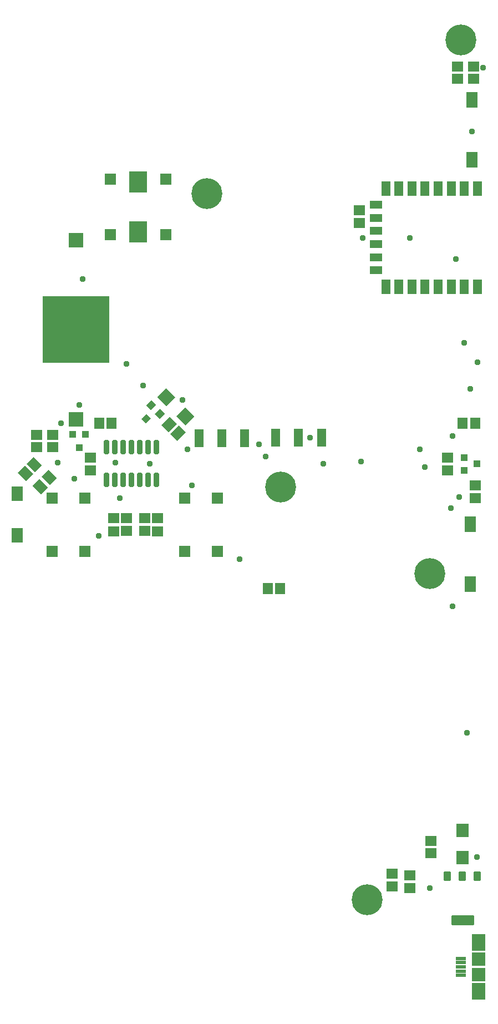
<source format=gbr>
G04 EAGLE Gerber RS-274X export*
G75*
%MOMM*%
%FSLAX34Y34*%
%LPD*%
%INSoldermask Top*%
%IPPOS*%
%AMOC8*
5,1,8,0,0,1.08239X$1,22.5*%
G01*
%ADD10R,1.803200X1.503200*%
%ADD11R,2.003200X1.903200*%
%ADD12R,1.473200X2.743200*%
%ADD13R,1.003200X1.103200*%
%ADD14R,1.503200X1.803200*%
%ADD15R,1.653200X2.303200*%
%ADD16R,1.703200X1.703200*%
%ADD17R,1.703200X1.503200*%
%ADD18C,0.499716*%
%ADD19R,1.403200X2.203200*%
%ADD20R,1.903200X1.303200*%
%ADD21C,0.339959*%
%ADD22C,0.393431*%
%ADD23R,1.603200X0.603200*%
%ADD24R,2.103200X2.003200*%
%ADD25R,2.103200X2.503200*%
%ADD26R,1.903200X2.003200*%
%ADD27R,1.103200X1.003200*%
%ADD28R,1.503200X1.703200*%
%ADD29R,1.803200X2.393200*%
%ADD30R,1.803200X2.383200*%
%ADD31R,10.203200X10.203200*%
%ADD32R,2.203200X2.203200*%
%ADD33R,2.703200X3.203200*%
%ADD34R,1.803200X1.803200*%
%ADD35C,4.719200*%
%ADD36C,0.959600*%


D10*
X942500Y1807500D03*
X942500Y1827500D03*
X977500Y1735000D03*
X977500Y1715000D03*
X1045000Y1735000D03*
X1045000Y1715000D03*
X1430000Y1170000D03*
X1430000Y1190000D03*
D11*
G36*
X1058357Y1905685D02*
X1044193Y1919849D01*
X1057651Y1933307D01*
X1071815Y1919143D01*
X1058357Y1905685D01*
G37*
G36*
X1087349Y1876693D02*
X1073185Y1890857D01*
X1086643Y1904315D01*
X1100807Y1890151D01*
X1087349Y1876693D01*
G37*
D12*
X1177800Y1856800D03*
X1142800Y1856800D03*
X1107800Y1856800D03*
D13*
G36*
X1027782Y1894076D02*
X1034876Y1886982D01*
X1027076Y1879182D01*
X1019982Y1886276D01*
X1027782Y1894076D01*
G37*
G36*
X1048642Y1901501D02*
X1055736Y1894407D01*
X1047936Y1886607D01*
X1040842Y1893701D01*
X1048642Y1901501D01*
G37*
G36*
X1035207Y1914936D02*
X1042301Y1907842D01*
X1034501Y1900042D01*
X1027407Y1907136D01*
X1035207Y1914936D01*
G37*
D14*
G36*
X854971Y1802222D02*
X844342Y1791593D01*
X831593Y1804342D01*
X842222Y1814971D01*
X854971Y1802222D01*
G37*
G36*
X868407Y1815658D02*
X857778Y1805029D01*
X845029Y1817778D01*
X855658Y1828407D01*
X868407Y1815658D01*
G37*
D10*
X997500Y1734500D03*
X997500Y1715500D03*
X1025000Y1734500D03*
X1025000Y1715500D03*
D14*
G36*
X1076978Y1876371D02*
X1087607Y1865742D01*
X1074858Y1852993D01*
X1064229Y1863622D01*
X1076978Y1876371D01*
G37*
G36*
X1063542Y1889807D02*
X1074171Y1879178D01*
X1061422Y1866429D01*
X1050793Y1877058D01*
X1063542Y1889807D01*
G37*
D10*
X860000Y1862000D03*
X860000Y1843000D03*
X1402500Y1192000D03*
X1402500Y1173000D03*
X885000Y1843000D03*
X885000Y1862000D03*
D15*
X830600Y1708900D03*
X830600Y1772400D03*
D16*
X934000Y1684500D03*
X884000Y1684500D03*
X934000Y1765500D03*
X884000Y1765500D03*
X1086000Y1765500D03*
X1136000Y1765500D03*
X1086000Y1684500D03*
X1136000Y1684500D03*
D17*
X1462300Y1223300D03*
X1462300Y1242300D03*
D18*
X968168Y1785232D02*
X968168Y1801768D01*
X968168Y1785232D02*
X965232Y1785232D01*
X965232Y1801768D01*
X968168Y1801768D01*
X968168Y1789979D02*
X965232Y1789979D01*
X965232Y1794726D02*
X968168Y1794726D01*
X968168Y1799473D02*
X965232Y1799473D01*
X980868Y1801768D02*
X980868Y1785232D01*
X977932Y1785232D01*
X977932Y1801768D01*
X980868Y1801768D01*
X980868Y1789979D02*
X977932Y1789979D01*
X977932Y1794726D02*
X980868Y1794726D01*
X980868Y1799473D02*
X977932Y1799473D01*
X993568Y1801768D02*
X993568Y1785232D01*
X990632Y1785232D01*
X990632Y1801768D01*
X993568Y1801768D01*
X993568Y1789979D02*
X990632Y1789979D01*
X990632Y1794726D02*
X993568Y1794726D01*
X993568Y1799473D02*
X990632Y1799473D01*
X1006268Y1801768D02*
X1006268Y1785232D01*
X1003332Y1785232D01*
X1003332Y1801768D01*
X1006268Y1801768D01*
X1006268Y1789979D02*
X1003332Y1789979D01*
X1003332Y1794726D02*
X1006268Y1794726D01*
X1006268Y1799473D02*
X1003332Y1799473D01*
X1018968Y1801768D02*
X1018968Y1785232D01*
X1016032Y1785232D01*
X1016032Y1801768D01*
X1018968Y1801768D01*
X1018968Y1789979D02*
X1016032Y1789979D01*
X1016032Y1794726D02*
X1018968Y1794726D01*
X1018968Y1799473D02*
X1016032Y1799473D01*
X1031668Y1801768D02*
X1031668Y1785232D01*
X1028732Y1785232D01*
X1028732Y1801768D01*
X1031668Y1801768D01*
X1031668Y1789979D02*
X1028732Y1789979D01*
X1028732Y1794726D02*
X1031668Y1794726D01*
X1031668Y1799473D02*
X1028732Y1799473D01*
X1044368Y1801768D02*
X1044368Y1785232D01*
X1041432Y1785232D01*
X1041432Y1801768D01*
X1044368Y1801768D01*
X1044368Y1789979D02*
X1041432Y1789979D01*
X1041432Y1794726D02*
X1044368Y1794726D01*
X1044368Y1799473D02*
X1041432Y1799473D01*
X1044368Y1834832D02*
X1044368Y1851368D01*
X1044368Y1834832D02*
X1041432Y1834832D01*
X1041432Y1851368D01*
X1044368Y1851368D01*
X1044368Y1839579D02*
X1041432Y1839579D01*
X1041432Y1844326D02*
X1044368Y1844326D01*
X1044368Y1849073D02*
X1041432Y1849073D01*
X1031668Y1851368D02*
X1031668Y1834832D01*
X1028732Y1834832D01*
X1028732Y1851368D01*
X1031668Y1851368D01*
X1031668Y1839579D02*
X1028732Y1839579D01*
X1028732Y1844326D02*
X1031668Y1844326D01*
X1031668Y1849073D02*
X1028732Y1849073D01*
X1018968Y1851368D02*
X1018968Y1834832D01*
X1016032Y1834832D01*
X1016032Y1851368D01*
X1018968Y1851368D01*
X1018968Y1839579D02*
X1016032Y1839579D01*
X1016032Y1844326D02*
X1018968Y1844326D01*
X1018968Y1849073D02*
X1016032Y1849073D01*
X1006268Y1851368D02*
X1006268Y1834832D01*
X1003332Y1834832D01*
X1003332Y1851368D01*
X1006268Y1851368D01*
X1006268Y1839579D02*
X1003332Y1839579D01*
X1003332Y1844326D02*
X1006268Y1844326D01*
X1006268Y1849073D02*
X1003332Y1849073D01*
X993568Y1851368D02*
X993568Y1834832D01*
X990632Y1834832D01*
X990632Y1851368D01*
X993568Y1851368D01*
X993568Y1839579D02*
X990632Y1839579D01*
X990632Y1844326D02*
X993568Y1844326D01*
X993568Y1849073D02*
X990632Y1849073D01*
X980868Y1851368D02*
X980868Y1834832D01*
X977932Y1834832D01*
X977932Y1851368D01*
X980868Y1851368D01*
X980868Y1839579D02*
X977932Y1839579D01*
X977932Y1844326D02*
X980868Y1844326D01*
X980868Y1849073D02*
X977932Y1849073D01*
X968168Y1851368D02*
X968168Y1834832D01*
X965232Y1834832D01*
X965232Y1851368D01*
X968168Y1851368D01*
X968168Y1839579D02*
X965232Y1839579D01*
X965232Y1844326D02*
X968168Y1844326D01*
X968168Y1849073D02*
X965232Y1849073D01*
D19*
X1533106Y2238249D03*
X1513106Y2238249D03*
X1493106Y2238249D03*
X1473106Y2238249D03*
X1453106Y2238249D03*
X1433106Y2238249D03*
X1413106Y2238249D03*
X1393106Y2238249D03*
X1393106Y2088249D03*
X1413106Y2088249D03*
X1433106Y2088249D03*
X1453106Y2088249D03*
X1473106Y2088249D03*
X1493106Y2088249D03*
X1513106Y2088249D03*
X1533106Y2088249D03*
D20*
X1378106Y2213249D03*
X1378106Y2193249D03*
X1378106Y2173249D03*
X1378106Y2153249D03*
X1378106Y2133249D03*
X1378106Y2113249D03*
D21*
X1528934Y1194316D02*
X1536866Y1194316D01*
X1536866Y1182584D01*
X1528934Y1182584D01*
X1528934Y1194316D01*
X1528934Y1185814D02*
X1536866Y1185814D01*
X1536866Y1189044D02*
X1528934Y1189044D01*
X1528934Y1192274D02*
X1536866Y1192274D01*
X1513966Y1194316D02*
X1506034Y1194316D01*
X1513966Y1194316D02*
X1513966Y1182584D01*
X1506034Y1182584D01*
X1506034Y1194316D01*
X1506034Y1185814D02*
X1513966Y1185814D01*
X1513966Y1189044D02*
X1506034Y1189044D01*
X1506034Y1192274D02*
X1513966Y1192274D01*
X1491066Y1194316D02*
X1483134Y1194316D01*
X1491066Y1194316D02*
X1491066Y1182584D01*
X1483134Y1182584D01*
X1483134Y1194316D01*
X1483134Y1185814D02*
X1491066Y1185814D01*
X1491066Y1189044D02*
X1483134Y1189044D01*
X1483134Y1192274D02*
X1491066Y1192274D01*
D22*
X1494751Y1127149D02*
X1525249Y1127149D01*
X1525249Y1115951D01*
X1494751Y1115951D01*
X1494751Y1127149D01*
X1494751Y1119688D02*
X1525249Y1119688D01*
X1525249Y1123425D02*
X1494751Y1123425D01*
D23*
X1507500Y1037000D03*
X1507500Y1043500D03*
X1507500Y1050000D03*
X1507500Y1056500D03*
X1507500Y1063000D03*
D24*
X1535000Y1061500D03*
X1535000Y1038500D03*
D25*
X1535000Y1087500D03*
X1535000Y1012500D03*
D26*
X1510000Y1217000D03*
X1510000Y1258000D03*
D27*
X1532500Y1817500D03*
X1512500Y1827000D03*
X1512500Y1808000D03*
D28*
X1213000Y1627500D03*
X1232000Y1627500D03*
D10*
X1527500Y2405500D03*
X1527500Y2424500D03*
X1502500Y2405500D03*
X1502500Y2424500D03*
D14*
X1510500Y1880000D03*
X1529500Y1880000D03*
D10*
X1530000Y1765500D03*
X1530000Y1784500D03*
X1352500Y2205000D03*
X1352500Y2185000D03*
D29*
X1525000Y2373400D03*
X1525000Y2281600D03*
D30*
X1522500Y1634000D03*
X1522500Y1726000D03*
D12*
X1225000Y1857500D03*
X1260000Y1857500D03*
X1295000Y1857500D03*
D13*
X925000Y1842500D03*
X934500Y1862500D03*
X915500Y1862500D03*
D14*
X974500Y1880000D03*
X955500Y1880000D03*
D10*
X1487500Y1827000D03*
X1487500Y1808000D03*
D31*
X920000Y2022500D03*
D32*
X920000Y2159500D03*
X920000Y1885500D03*
D14*
G36*
X877118Y1781869D02*
X866489Y1771240D01*
X853740Y1783989D01*
X864369Y1794618D01*
X877118Y1781869D01*
G37*
G36*
X891260Y1796011D02*
X880631Y1785382D01*
X867882Y1798131D01*
X878511Y1808760D01*
X891260Y1796011D01*
G37*
D33*
X1015000Y2248000D03*
X1015000Y2172000D03*
D34*
X1057500Y2252500D03*
X1057500Y2167500D03*
X972500Y2252500D03*
X972500Y2167500D03*
D35*
X1507500Y2465000D03*
X1120000Y2230000D03*
X1232500Y1782500D03*
X1460000Y1650000D03*
X1365000Y1152500D03*
D36*
X1358100Y2162500D03*
X1430000Y2162500D03*
X1460000Y1170000D03*
X1532500Y1217500D03*
X1445000Y1840000D03*
X997500Y1970000D03*
X1022500Y1937500D03*
X955000Y1707500D03*
X1200000Y1847500D03*
X930000Y2100000D03*
X1525000Y2325000D03*
X897500Y1880000D03*
X980000Y1820000D03*
X1495000Y1600000D03*
X1492500Y1750000D03*
X1170000Y1672500D03*
X1032500Y1817500D03*
X1210000Y1828822D03*
X1355000Y1821178D03*
X1517500Y1407500D03*
X1505000Y1767500D03*
X892500Y1820000D03*
X917500Y1795000D03*
X987500Y1765000D03*
X1097500Y1785000D03*
X1090000Y1840000D03*
X1082500Y1915000D03*
X925000Y1907500D03*
X1500000Y2130000D03*
X1522500Y1932500D03*
X1541900Y2422500D03*
X1533106Y1972500D03*
X1452500Y1812500D03*
X1297500Y1817500D03*
X1277500Y1857500D03*
X1513106Y2002500D03*
X1495000Y1860000D03*
M02*

</source>
